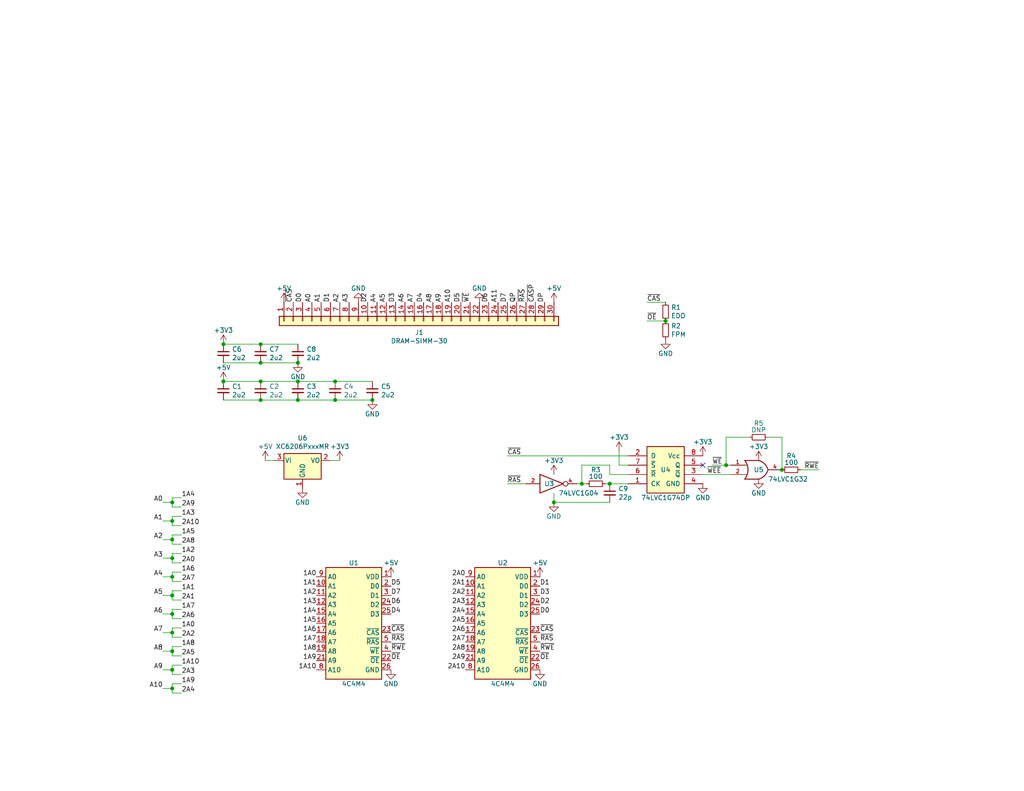
<source format=kicad_sch>
(kicad_sch (version 20230121) (generator eeschema)
  (paper "USLetter")
  (title_block (title "GW4194A") (date "2023-01-20") (rev "1.1") (company "Garrett's Workshop"))
  (lib_symbols
    (symbol "74xGxx:74AHCT1G04" (pin_names (offset 1.016))
      (property "Reference" "U" (at -2.54 3.81 0))
      (property "Value" "74AHCT1G04" (at 0 -3.81 0))
      (symbol "74AHCT1G04_0_1"
        (polyline (pts (xy -3.81 2.54) (xy -3.81 -2.54) (xy 2.54 0) (xy -3.81 2.54)) (stroke (width 0.254)))
      )
      (symbol "74AHCT1G04_1_1"
        (pin input line (at -7.62 0 0) (length 3.81) (name "~") (number "2"))
        (pin power_in line (at 0 -2.54 270) (length 0) hide (name "GND") (number "3"))
        (pin output inverted (at 6.35 0 180) (length 3.81) (name "~") (number "4"))
        (pin power_in line (at 0 2.54 90) (length 0) hide (name "VCC") (number "5"))
      )
    )
    (symbol "74xGxx:74AHCT1G32" (pin_names (offset 1.016))
      (property "Reference" "U" (at -2.54 3.81 0))
      (property "Value" "74AHCT1G32" (at 0 -3.81 0))
      (symbol "74AHCT1G32_0_1"
        (arc (start -3.81 -2.54) (mid -2.919 0) (end -3.81 2.54) (stroke (width 0.254)))
        (arc (start 0 -2.54) (mid 1.5993 -1.6027) (end 2.54 0) (stroke (width 0.254)))
        (polyline (pts (xy -3.81 -1.27) (xy -3.175 -1.27)))
        (polyline (pts (xy -3.81 1.27) (xy -3.175 1.27)))
        (polyline (pts (xy 0 -2.54) (xy -3.81 -2.54)) (stroke (width 0.254)) (fill (type background)))
        (polyline (pts (xy 0 2.54) (xy -3.81 2.54)) (stroke (width 0.254)) (fill (type background)))
        (arc (start 2.54 0) (mid 1.6119 1.6152) (end 0 2.54) (stroke (width 0.254)))
      )
      (symbol "74AHCT1G32_1_1"
        (pin input line (at -7.62 1.27 0) (length 3.81) (name "~") (number "1"))
        (pin input line (at -7.62 -1.27 0) (length 3.81) (name "~") (number "2"))
        (pin power_in line (at 0 -2.54 270) (length 0) hide (name "GND") (number "3"))
        (pin output line (at 6.35 0 180) (length 3.81) (name "~") (number "4"))
        (pin power_in line (at 0 2.54 90) (length 0) hide (name "VCC") (number "5"))
      )
    )
    (symbol "Connector_Generic:Conn_01x30" (pin_names (offset 1.016) hide)
      (property "Reference" "J" (at 0 38.1 0))
      (property "Value" "Conn_01x30" (at 0 -40.64 0))
      (symbol "Conn_01x30_1_1"
        (rectangle (start -1.27 -37.973) (end 0 -38.227) (stroke (width 0.1524)))
        (rectangle (start -1.27 -35.433) (end 0 -35.687) (stroke (width 0.1524)))
        (rectangle (start -1.27 -32.893) (end 0 -33.147) (stroke (width 0.1524)))
        (rectangle (start -1.27 -30.353) (end 0 -30.607) (stroke (width 0.1524)))
        (rectangle (start -1.27 -27.813) (end 0 -28.067) (stroke (width 0.1524)))
        (rectangle (start -1.27 -25.273) (end 0 -25.527) (stroke (width 0.1524)))
        (rectangle (start -1.27 -22.733) (end 0 -22.987) (stroke (width 0.1524)))
        (rectangle (start -1.27 -20.193) (end 0 -20.447) (stroke (width 0.1524)))
        (rectangle (start -1.27 -17.653) (end 0 -17.907) (stroke (width 0.1524)))
        (rectangle (start -1.27 -15.113) (end 0 -15.367) (stroke (width 0.1524)))
        (rectangle (start -1.27 -12.573) (end 0 -12.827) (stroke (width 0.1524)))
        (rectangle (start -1.27 -10.033) (end 0 -10.287) (stroke (width 0.1524)))
        (rectangle (start -1.27 -7.493) (end 0 -7.747) (stroke (width 0.1524)))
        (rectangle (start -1.27 -4.953) (end 0 -5.207) (stroke (width 0.1524)))
        (rectangle (start -1.27 -2.413) (end 0 -2.667) (stroke (width 0.1524)))
        (rectangle (start -1.27 0.127) (end 0 -0.127) (stroke (width 0.1524)))
        (rectangle (start -1.27 2.667) (end 0 2.413) (stroke (width 0.1524)))
        (rectangle (start -1.27 5.207) (end 0 4.953) (stroke (width 0.1524)))
        (rectangle (start -1.27 7.747) (end 0 7.493) (stroke (width 0.1524)))
        (rectangle (start -1.27 10.287) (end 0 10.033) (stroke (width 0.1524)))
        (rectangle (start -1.27 12.827) (end 0 12.573) (stroke (width 0.1524)))
        (rectangle (start -1.27 15.367) (end 0 15.113) (stroke (width 0.1524)))
        (rectangle (start -1.27 17.907) (end 0 17.653) (stroke (width 0.1524)))
        (rectangle (start -1.27 20.447) (end 0 20.193) (stroke (width 0.1524)))
        (rectangle (start -1.27 22.987) (end 0 22.733) (stroke (width 0.1524)))
        (rectangle (start -1.27 25.527) (end 0 25.273) (stroke (width 0.1524)))
        (rectangle (start -1.27 28.067) (end 0 27.813) (stroke (width 0.1524)))
        (rectangle (start -1.27 30.607) (end 0 30.353) (stroke (width 0.1524)))
        (rectangle (start -1.27 33.147) (end 0 32.893) (stroke (width 0.1524)))
        (rectangle (start -1.27 35.687) (end 0 35.433) (stroke (width 0.1524)))
        (rectangle (start -1.27 36.83) (end 1.27 -39.37) (stroke (width 0.254)) (fill (type background)))
        (pin passive line (at -5.08 35.56 0) (length 3.81) (name "Pin_1") (number "1"))
        (pin passive line (at -5.08 12.7 0) (length 3.81) (name "Pin_10") (number "10"))
        (pin passive line (at -5.08 10.16 0) (length 3.81) (name "Pin_11") (number "11"))
        (pin passive line (at -5.08 7.62 0) (length 3.81) (name "Pin_12") (number "12"))
        (pin passive line (at -5.08 5.08 0) (length 3.81) (name "Pin_13") (number "13"))
        (pin passive line (at -5.08 2.54 0) (length 3.81) (name "Pin_14") (number "14"))
        (pin passive line (at -5.08 0 0) (length 3.81) (name "Pin_15") (number "15"))
        (pin passive line (at -5.08 -2.54 0) (length 3.81) (name "Pin_16") (number "16"))
        (pin passive line (at -5.08 -5.08 0) (length 3.81) (name "Pin_17") (number "17"))
        (pin passive line (at -5.08 -7.62 0) (length 3.81) (name "Pin_18") (number "18"))
        (pin passive line (at -5.08 -10.16 0) (length 3.81) (name "Pin_19") (number "19"))
        (pin passive line (at -5.08 33.02 0) (length 3.81) (name "Pin_2") (number "2"))
        (pin passive line (at -5.08 -12.7 0) (length 3.81) (name "Pin_20") (number "20"))
        (pin passive line (at -5.08 -15.24 0) (length 3.81) (name "Pin_21") (number "21"))
        (pin passive line (at -5.08 -17.78 0) (length 3.81) (name "Pin_22") (number "22"))
        (pin passive line (at -5.08 -20.32 0) (length 3.81) (name "Pin_23") (number "23"))
        (pin passive line (at -5.08 -22.86 0) (length 3.81) (name "Pin_24") (number "24"))
        (pin passive line (at -5.08 -25.4 0) (length 3.81) (name "Pin_25") (number "25"))
        (pin passive line (at -5.08 -27.94 0) (length 3.81) (name "Pin_26") (number "26"))
        (pin passive line (at -5.08 -30.48 0) (length 3.81) (name "Pin_27") (number "27"))
        (pin passive line (at -5.08 -33.02 0) (length 3.81) (name "Pin_28") (number "28"))
        (pin passive line (at -5.08 -35.56 0) (length 3.81) (name "Pin_29") (number "29"))
        (pin passive line (at -5.08 30.48 0) (length 3.81) (name "Pin_3") (number "3"))
        (pin passive line (at -5.08 -38.1 0) (length 3.81) (name "Pin_30") (number "30"))
        (pin passive line (at -5.08 27.94 0) (length 3.81) (name "Pin_4") (number "4"))
        (pin passive line (at -5.08 25.4 0) (length 3.81) (name "Pin_5") (number "5"))
        (pin passive line (at -5.08 22.86 0) (length 3.81) (name "Pin_6") (number "6"))
        (pin passive line (at -5.08 20.32 0) (length 3.81) (name "Pin_7") (number "7"))
        (pin passive line (at -5.08 17.78 0) (length 3.81) (name "Pin_8") (number "8"))
        (pin passive line (at -5.08 15.24 0) (length 3.81) (name "Pin_9") (number "9"))
      )
    )
    (symbol "Device:C_Small" (pin_numbers hide) (pin_names (offset 0.254) hide)
      (property "Reference" "C" (at 0.254 1.778 0))
      (property "Value" "C_Small" (at 0.254 -2.032 0))
      (symbol "C_Small_0_1"
        (polyline (pts (xy -1.524 -0.508) (xy 1.524 -0.508)) (stroke (width 0.3302)))
        (polyline (pts (xy -1.524 0.508) (xy 1.524 0.508)) (stroke (width 0.3048)))
      )
      (symbol "C_Small_1_1"
        (pin passive line (at 0 2.54 270) (length 2.032) (name "~") (number "1"))
        (pin passive line (at 0 -2.54 90) (length 2.032) (name "~") (number "2"))
      )
    )
    (symbol "Device:R_Small" (pin_numbers hide) (pin_names (offset 0.254) hide)
      (property "Reference" "R" (at 0.762 0.508 0))
      (property "Value" "R_Small" (at 0.762 -1.016 0))
      (symbol "R_Small_0_1"
        (rectangle (start -0.762 1.778) (end 0.762 -1.778) (stroke (width 0.2032)))
      )
      (symbol "R_Small_1_1"
        (pin passive line (at 0 2.54 270) (length 0.762) (name "~") (number "1"))
        (pin passive line (at 0 -2.54 90) (length 0.762) (name "~") (number "2"))
      )
    )
    (symbol "GW_Logic:741G74DC" (pin_names (offset 1.016))
      (property "Reference" "U" (at 0 7.62 0))
      (property "Value" "GW_Logic_741G74DC" (at 0 -7.62 0))
      (symbol "741G74DC_0_1"
        (rectangle (start 5.08 -6.35) (end -5.08 6.35) (stroke (width 0.254)) (fill (type background)))
      )
      (symbol "741G74DC_1_1"
        (pin input line (at -10.16 -3.81 0) (length 5.08) (name "CK") (number "1"))
        (pin input line (at -10.16 3.81 0) (length 5.08) (name "D") (number "2"))
        (pin output line (at 10.16 -1.27 180) (length 5.08) (name "~{Q}") (number "3"))
        (pin power_in line (at 10.16 -3.81 180) (length 5.08) (name "GND") (number "4"))
        (pin output line (at 10.16 1.27 180) (length 5.08) (name "Q") (number "5"))
        (pin input line (at -10.16 -1.27 0) (length 5.08) (name "~{R}") (number "6"))
        (pin input line (at -10.16 1.27 0) (length 5.08) (name "~{S}") (number "7"))
        (pin power_in line (at 10.16 3.81 180) (length 5.08) (name "Vcc") (number "8"))
      )
    )
    (symbol "GW_RAM:DRAM-4Mx4-SOP-24"
      (property "Reference" "U" (at 0 16.51 0))
      (property "Value" "GW_RAM_DRAM-4Mx4-SOP-24" (at 0 0 90))
      (symbol "DRAM-4Mx4-SOP-24_0_1"
        (rectangle (start -7.62 15.24) (end 7.62 -15.24) (stroke (width 0.254)) (fill (type background)))
      )
      (symbol "DRAM-4Mx4-SOP-24_1_1"
        (pin power_in line (at 10.16 12.7 180) (length 2.54) (name "VDD") (number "1"))
        (pin input line (at -10.16 10.16 0) (length 2.54) (name "A1") (number "10"))
        (pin input line (at -10.16 7.62 0) (length 2.54) (name "A2") (number "11"))
        (pin input line (at -10.16 5.08 0) (length 2.54) (name "A3") (number "12"))
        (pin power_in line (at 10.16 12.7 180) (length 2.54) hide (name "VDD") (number "13"))
        (pin power_in line (at 10.16 -12.7 180) (length 2.54) hide (name "GND") (number "14"))
        (pin input line (at -10.16 2.54 0) (length 2.54) (name "A4") (number "15"))
        (pin input line (at -10.16 0 0) (length 2.54) (name "A5") (number "16"))
        (pin input line (at -10.16 -2.54 0) (length 2.54) (name "A6") (number "17"))
        (pin input line (at -10.16 -5.08 0) (length 2.54) (name "A7") (number "18"))
        (pin input line (at -10.16 -7.62 0) (length 2.54) (name "A8") (number "19"))
        (pin bidirectional line (at 10.16 10.16 180) (length 2.54) (name "D0") (number "2"))
        (pin no_connect line (at 10.16 0 180) (length 2.54) hide (name "NC") (number "20"))
        (pin input line (at -10.16 -10.16 0) (length 2.54) (name "A9") (number "21"))
        (pin input line (at 10.16 -10.16 180) (length 2.54) (name "~{OE}") (number "22"))
        (pin input line (at 10.16 -2.54 180) (length 2.54) (name "~{CAS}") (number "23"))
        (pin bidirectional line (at 10.16 5.08 180) (length 2.54) (name "D2") (number "24"))
        (pin bidirectional line (at 10.16 2.54 180) (length 2.54) (name "D3") (number "25"))
        (pin power_in line (at 10.16 -12.7 180) (length 2.54) (name "GND") (number "26"))
        (pin bidirectional line (at 10.16 7.62 180) (length 2.54) (name "D1") (number "3"))
        (pin input line (at 10.16 -7.62 180) (length 2.54) (name "~{WE}") (number "4"))
        (pin input line (at 10.16 -5.08 180) (length 2.54) (name "~{RAS}") (number "5"))
        (pin no_connect line (at 10.16 0 180) (length 2.54) hide (name "NC") (number "7"))
        (pin input line (at -10.16 -12.7 0) (length 2.54) (name "A10") (number "8"))
        (pin input line (at -10.16 12.7 0) (length 2.54) (name "A0") (number "9"))
      )
    )
    (symbol "Regulator_Linear:XC6206PxxxMR" (pin_names (offset 0.254))
      (property "Reference" "U" (at -3.81 3.175 0))
      (property "Value" "XC6206PxxxMR" (at 0 3.175 0))
      (symbol "XC6206PxxxMR_0_1"
        (rectangle (start -5.08 1.905) (end 5.08 -5.08) (stroke (width 0.254)) (fill (type background)))
      )
      (symbol "XC6206PxxxMR_1_1"
        (pin power_in line (at 0 -7.62 90) (length 2.54) (name "GND") (number "1"))
        (pin power_out line (at 7.62 0 180) (length 2.54) (name "VO") (number "2"))
        (pin power_in line (at -7.62 0 0) (length 2.54) (name "VI") (number "3"))
      )
    )
    (symbol "power:+3V3" (power) (pin_names (offset 0))
      (property "Value" "+3V3" (at 0 3.556 0))
      (symbol "+3V3_0_1"
        (polyline (pts (xy -0.762 1.27) (xy 0 2.54)))
        (polyline (pts (xy 0 0) (xy 0 2.54)))
        (polyline (pts (xy 0 2.54) (xy 0.762 1.27)))
      )
      (symbol "+3V3_1_1"
        (pin power_in line (at 0 0 90) (length 0) hide (name "+3V3") (number "1"))
      )
    )
    (symbol "power:+5V" (power) (pin_names (offset 0))
      (property "Value" "+5V" (at 0 3.556 0))
      (symbol "+5V_0_1"
        (polyline (pts (xy -0.762 1.27) (xy 0 2.54)))
        (polyline (pts (xy 0 0) (xy 0 2.54)))
        (polyline (pts (xy 0 2.54) (xy 0.762 1.27)))
      )
      (symbol "+5V_1_1"
        (pin power_in line (at 0 0 90) (length 0) hide (name "+5V") (number "1"))
      )
    )
    (symbol "power:GND" (power) (pin_names (offset 0))
      (property "Value" "GND" (at 0 -3.81 0))
      (symbol "GND_0_1"
        (polyline (pts (xy 0 0) (xy 0 -1.27) (xy 1.27 -1.27) (xy 0 -2.54) (xy -1.27 -1.27) (xy 0 -1.27)))
      )
      (symbol "GND_1_1"
        (pin power_in line (at 0 0 270) (length 0) hide (name "GND") (number "1"))
      )
    )
  )
  (junction (at 46.99 162.56))
  (junction (at 81.28 109.22))
  (junction (at 46.99 142.24))
  (junction (at 60.96 104.14))
  (junction (at 91.44 109.22))
  (junction (at 151.13 137.16))
  (junction (at 158.75 132.08))
  (junction (at 71.12 104.14))
  (junction (at 71.12 93.98))
  (junction (at 46.99 157.48))
  (junction (at 46.99 182.88))
  (junction (at 71.12 109.22))
  (junction (at 166.37 132.08))
  (junction (at 71.12 99.06))
  (junction (at 198.12 127))
  (junction (at 81.28 99.06))
  (junction (at 46.99 152.4))
  (junction (at 101.6 109.22))
  (junction (at 46.99 167.64))
  (junction (at 60.96 93.98))
  (junction (at 46.99 177.8))
  (junction (at 46.99 147.32))
  (junction (at 91.44 104.14))
  (junction (at 46.99 187.96))
  (junction (at 81.28 104.14))
  (junction (at 46.99 172.72))
  (junction (at 213.36 128.27))
  (junction (at 181.61 87.63))
  (junction (at 46.99 137.16))
  (no_connect (at 191.77 127))
  (wire (pts (xy 194.31 127) (xy 198.12 127)))
  (wire (pts (xy 81.28 99.06) (xy 71.12 99.06)))
  (wire (pts (xy 46.99 172.72) (xy 46.99 173.99)))
  (wire (pts (xy 223.52 128.27) (xy 218.44 128.27)))
  (wire (pts (xy 44.45 177.8) (xy 46.99 177.8)))
  (wire (pts (xy 46.99 156.21) (xy 49.53 156.21)))
  (wire (pts (xy 91.44 104.14) (xy 81.28 104.14)))
  (wire (pts (xy 44.45 137.16) (xy 46.99 137.16)))
  (wire (pts (xy 46.99 181.61) (xy 49.53 181.61)))
  (wire (pts (xy 46.99 135.89) (xy 49.53 135.89)))
  (wire (pts (xy 168.91 127) (xy 171.45 127)))
  (wire (pts (xy 46.99 186.69) (xy 49.53 186.69)))
  (wire (pts (xy 46.99 157.48) (xy 46.99 158.75)))
  (wire (pts (xy 46.99 146.05) (xy 49.53 146.05)))
  (wire (pts (xy 90.17 125.73) (xy 92.71 125.73)))
  (wire (pts (xy 46.99 140.97) (xy 49.53 140.97)))
  (wire (pts (xy 101.6 104.14) (xy 91.44 104.14)))
  (wire (pts (xy 46.99 177.8) (xy 46.99 176.53)))
  (wire (pts (xy 46.99 138.43) (xy 49.53 138.43)))
  (wire (pts (xy 46.99 172.72) (xy 46.99 171.45)))
  (wire (pts (xy 46.99 157.48) (xy 46.99 156.21)))
  (wire (pts (xy 44.45 162.56) (xy 46.99 162.56)))
  (wire (pts (xy 46.99 173.99) (xy 49.53 173.99)))
  (wire (pts (xy 158.75 132.08) (xy 158.75 127)))
  (wire (pts (xy 46.99 163.83) (xy 49.53 163.83)))
  (wire (pts (xy 46.99 147.32) (xy 46.99 146.05)))
  (wire (pts (xy 166.37 132.08) (xy 171.45 132.08)))
  (wire (pts (xy 71.12 93.98) (xy 81.28 93.98)))
  (wire (pts (xy 71.12 99.06) (xy 60.96 99.06)))
  (wire (pts (xy 44.45 152.4) (xy 46.99 152.4)))
  (wire (pts (xy 46.99 151.13) (xy 49.53 151.13)))
  (wire (pts (xy 181.61 87.63) (xy 176.53 87.63)))
  (wire (pts (xy 46.99 177.8) (xy 46.99 179.07)))
  (wire (pts (xy 46.99 142.24) (xy 46.99 140.97)))
  (wire (pts (xy 138.43 124.46) (xy 171.45 124.46)))
  (wire (pts (xy 46.99 142.24) (xy 46.99 143.51)))
  (wire (pts (xy 46.99 168.91) (xy 49.53 168.91)))
  (wire (pts (xy 198.12 127) (xy 198.12 119.38)))
  (wire (pts (xy 46.99 171.45) (xy 49.53 171.45)))
  (wire (pts (xy 46.99 161.29) (xy 49.53 161.29)))
  (wire (pts (xy 44.45 187.96) (xy 46.99 187.96)))
  (wire (pts (xy 44.45 147.32) (xy 46.99 147.32)))
  (wire (pts (xy 151.13 134.62) (xy 151.13 137.16)))
  (wire (pts (xy 158.75 127) (xy 166.37 127)))
  (wire (pts (xy 46.99 162.56) (xy 46.99 161.29)))
  (wire (pts (xy 46.99 182.88) (xy 46.99 184.15)))
  (wire (pts (xy 46.99 167.64) (xy 46.99 166.37)))
  (wire (pts (xy 71.12 109.22) (xy 81.28 109.22)))
  (wire (pts (xy 60.96 93.98) (xy 71.12 93.98)))
  (wire (pts (xy 176.53 82.55) (xy 181.61 82.55)))
  (wire (pts (xy 198.12 127) (xy 199.39 127)))
  (wire (pts (xy 191.77 129.54) (xy 199.39 129.54)))
  (wire (pts (xy 44.45 157.48) (xy 46.99 157.48)))
  (wire (pts (xy 166.37 129.54) (xy 166.37 127)))
  (wire (pts (xy 157.48 132.08) (xy 158.75 132.08)))
  (wire (pts (xy 213.36 119.38) (xy 209.55 119.38)))
  (wire (pts (xy 46.99 147.32) (xy 46.99 148.59)))
  (wire (pts (xy 81.28 109.22) (xy 91.44 109.22)))
  (wire (pts (xy 46.99 152.4) (xy 46.99 153.67)))
  (wire (pts (xy 213.36 128.27) (xy 213.36 119.38)))
  (wire (pts (xy 46.99 158.75) (xy 49.53 158.75)))
  (wire (pts (xy 91.44 109.22) (xy 101.6 109.22)))
  (wire (pts (xy 46.99 166.37) (xy 49.53 166.37)))
  (wire (pts (xy 46.99 179.07) (xy 49.53 179.07)))
  (wire (pts (xy 46.99 143.51) (xy 49.53 143.51)))
  (wire (pts (xy 46.99 184.15) (xy 49.53 184.15)))
  (wire (pts (xy 165.1 132.08) (xy 166.37 132.08)))
  (wire (pts (xy 46.99 153.67) (xy 49.53 153.67)))
  (wire (pts (xy 44.45 172.72) (xy 46.99 172.72)))
  (wire (pts (xy 60.96 104.14) (xy 71.12 104.14)))
  (wire (pts (xy 71.12 109.22) (xy 60.96 109.22)))
  (wire (pts (xy 168.91 123.19) (xy 168.91 127)))
  (wire (pts (xy 46.99 182.88) (xy 46.99 181.61)))
  (wire (pts (xy 46.99 152.4) (xy 46.99 151.13)))
  (wire (pts (xy 44.45 167.64) (xy 46.99 167.64)))
  (wire (pts (xy 44.45 142.24) (xy 46.99 142.24)))
  (wire (pts (xy 151.13 137.16) (xy 166.37 137.16)))
  (wire (pts (xy 46.99 137.16) (xy 46.99 135.89)))
  (wire (pts (xy 46.99 162.56) (xy 46.99 163.83)))
  (wire (pts (xy 46.99 176.53) (xy 49.53 176.53)))
  (wire (pts (xy 198.12 119.38) (xy 204.47 119.38)))
  (wire (pts (xy 46.99 189.23) (xy 49.53 189.23)))
  (wire (pts (xy 46.99 137.16) (xy 46.99 138.43)))
  (wire (pts (xy 46.99 148.59) (xy 49.53 148.59)))
  (wire (pts (xy 44.45 182.88) (xy 46.99 182.88)))
  (wire (pts (xy 138.43 132.08) (xy 143.51 132.08)))
  (wire (pts (xy 74.93 125.73) (xy 72.39 125.73)))
  (wire (pts (xy 81.28 104.14) (xy 71.12 104.14)))
  (wire (pts (xy 160.02 132.08) (xy 158.75 132.08)))
  (wire (pts (xy 46.99 187.96) (xy 46.99 186.69)))
  (wire (pts (xy 171.45 129.54) (xy 166.37 129.54)))
  (wire (pts (xy 46.99 187.96) (xy 46.99 189.23)))
  (wire (pts (xy 46.99 167.64) (xy 46.99 168.91)))
  (label "D0" (at 82.55 82.55 90))
  (label "1A2" (at 86.36 162.56 180))
  (label "A10" (at 44.45 187.96 180))
  (label "A6" (at 110.49 82.55 90))
  (label "A5" (at 105.41 82.55 90))
  (label "2A3" (at 49.53 184.15 0))
  (label "1A0" (at 49.53 171.45 0))
  (label "~{OE}" (at 176.53 87.63 0))
  (label "1A3" (at 49.53 140.97 0))
  (label "2A4" (at 127 167.64 180))
  (label "~{RAS}" (at 106.68 175.26 0))
  (label "D2" (at 100.33 82.55 90))
  (label "~{CASP}" (at 146.05 82.55 90))
  (label "A8" (at 118.11 82.55 90))
  (label "2A10" (at 49.53 143.51 0))
  (label "~{RWE}" (at 106.68 177.8 0))
  (label "A7" (at 113.03 82.55 90))
  (label "D3" (at 107.95 82.55 90))
  (label "D5" (at 125.73 82.55 90))
  (label "~{OE}" (at 106.68 180.34 0))
  (label "D6" (at 106.68 165.1 0))
  (label "D7" (at 138.43 82.55 90))
  (label "A4" (at 102.87 82.55 90))
  (label "1A6" (at 86.36 172.72 180))
  (label "D1" (at 147.32 160.02 0))
  (label "1A0" (at 86.36 157.48 180))
  (label "A6" (at 44.45 167.64 180))
  (label "~{WE}" (at 128.27 82.55 90))
  (label "A5" (at 44.45 162.56 180))
  (label "A3" (at 95.25 82.55 90))
  (label "2A7" (at 127 175.26 180))
  (label "~{WE}" (at 194.31 127 0))
  (label "A3" (at 44.45 152.4 180))
  (label "1A9" (at 86.36 180.34 180))
  (label "2A4" (at 49.53 189.23 0))
  (label "2A5" (at 49.53 179.07 0))
  (label "D6" (at 133.35 82.55 90))
  (label "~{RAS}" (at 143.51 82.55 90))
  (label "2A2" (at 49.53 173.99 0))
  (label "A2" (at 92.71 82.55 90))
  (label "A8" (at 44.45 177.8 180))
  (label "A0" (at 44.45 137.16 180))
  (label "2A0" (at 49.53 153.67 0))
  (label "D2" (at 147.32 165.1 0))
  (label "2A7" (at 49.53 158.75 0))
  (label "~{RAS}" (at 138.43 132.08 0))
  (label "1A6" (at 49.53 156.21 0))
  (label "A7" (at 44.45 172.72 180))
  (label "1A5" (at 86.36 170.18 180))
  (label "2A9" (at 127 180.34 180))
  (label "1A3" (at 86.36 165.1 180))
  (label "~{OE}" (at 147.32 180.34 0))
  (label "~{RWE}" (at 223.52 128.27 180))
  (label "A10" (at 123.19 82.55 90))
  (label "D5" (at 106.68 160.02 0))
  (label "~{RWE}" (at 147.32 177.8 0))
  (label "2A6" (at 49.53 168.91 0))
  (label "1A9" (at 49.53 186.69 0))
  (label "A9" (at 44.45 182.88 180))
  (label "1A8" (at 86.36 177.8 180))
  (label "2A9" (at 49.53 138.43 0))
  (label "A4" (at 44.45 157.48 180))
  (label "~{WEE}" (at 196.85 129.54 180))
  (label "~{RAS}" (at 147.32 175.26 0))
  (label "2A1" (at 49.53 163.83 0))
  (label "1A7" (at 86.36 175.26 180))
  (label "A9" (at 120.65 82.55 90))
  (label "1A1" (at 86.36 160.02 180))
  (label "~{CAS}" (at 80.01 82.55 90))
  (label "2A8" (at 127 177.8 180))
  (label "A1" (at 44.45 142.24 180))
  (label "~{CAS}" (at 106.68 172.72 0))
  (label "2A0" (at 127 157.48 180))
  (label "D3" (at 147.32 162.56 0))
  (label "1A1" (at 49.53 161.29 0))
  (label "2A10" (at 127 182.88 180))
  (label "2A6" (at 127 172.72 180))
  (label "~{CAS}" (at 176.53 82.55 0))
  (label "A1" (at 87.63 82.55 90))
  (label "QP" (at 140.97 82.55 90))
  (label "DP" (at 148.59 82.55 90))
  (label "1A4" (at 86.36 167.64 180))
  (label "2A5" (at 127 170.18 180))
  (label "2A8" (at 49.53 148.59 0))
  (label "1A8" (at 49.53 176.53 0))
  (label "A0" (at 85.09 82.55 90))
  (label "D0" (at 147.32 167.64 0))
  (label "2A2" (at 127 162.56 180))
  (label "2A3" (at 127 165.1 180))
  (label "D7" (at 106.68 162.56 0))
  (label "2A1" (at 127 160.02 180))
  (label "A2" (at 44.45 147.32 180))
  (label "~{CAS}" (at 147.32 172.72 0))
  (label "1A4" (at 49.53 135.89 0))
  (label "D4" (at 106.68 167.64 0))
  (label "~{CAS}" (at 138.43 124.46 0))
  (label "1A5" (at 49.53 146.05 0))
  (label "1A2" (at 49.53 151.13 0))
  (label "1A10" (at 86.36 182.88 180))
  (label "D1" (at 90.17 82.55 90))
  (label "A11" (at 135.89 82.55 90))
  (label "D4" (at 115.57 82.55 90))
  (label "1A10" (at 49.53 181.61 0))
  (label "1A7" (at 49.53 166.37 0))
  (symbol (lib_id "Connector_Generic:Conn_01x30") (at 113.03 87.63 90) (mirror x) (unit 1)
    (property "Reference" "J1" (at 114.4016 90.7796 90))
    (property "Value" "DRAM-SIMM-30" (at 114.4016 93.091 90))
    (property "Footprint" "stdpads:SIMM-30_Edge" (effects hide))
  )
  (symbol (lib_id "power:+5V") (at 151.13 82.55 0) (unit 1)
    (property "Reference" "#PWR0101" (effects hide))
    (property "Value" "+5V" (at 151.13 78.74 0))
  )
  (symbol (lib_id "power:+5V") (at 77.47 82.55 0) (unit 1)
    (property "Reference" "#PWR0102" (effects hide))
    (property "Value" "+5V" (at 77.47 78.74 0))
  )
  (symbol (lib_id "power:GND") (at 130.81 82.55 180) (unit 1)
    (property "Reference" "#PWR0103" (effects hide))
    (property "Value" "GND" (at 130.81 78.74 0))
  )
  (symbol (lib_id "power:GND") (at 97.79 82.55 180) (unit 1)
    (property "Reference" "#PWR0104" (effects hide))
    (property "Value" "GND" (at 97.79 78.74 0))
  )
  (symbol (lib_id "Device:C_Small") (at 60.96 106.68 0) (unit 1)
    (property "Reference" "C1" (at 63.2968 105.5116 0) (effects (justify left)))
    (property "Value" "2u2" (at 63.2968 107.823 0) (effects (justify left)))
    (property "Footprint" "stdpads:C_0805" (effects hide))
  )
  (symbol (lib_id "Device:C_Small") (at 71.12 106.68 0) (unit 1)
    (property "Reference" "C2" (at 73.4568 105.5116 0) (effects (justify left)))
    (property "Value" "2u2" (at 73.4568 107.823 0) (effects (justify left)))
    (property "Footprint" "stdpads:C_0805" (effects hide))
  )
  (symbol (lib_id "power:+5V") (at 60.96 104.14 0) (unit 1)
    (property "Reference" "#PWR0113" (effects hide))
    (property "Value" "+5V" (at 60.96 100.33 0))
  )
  (symbol (lib_id "Device:C_Small") (at 81.28 106.68 0) (unit 1)
    (property "Reference" "C3" (at 83.6168 105.5116 0) (effects (justify left)))
    (property "Value" "2u2" (at 83.6168 107.823 0) (effects (justify left)))
    (property "Footprint" "stdpads:C_0805" (effects hide))
  )
  (symbol (lib_id "Device:C_Small") (at 91.44 106.68 0) (unit 1)
    (property "Reference" "C4" (at 93.7768 105.5116 0) (effects (justify left)))
    (property "Value" "2u2" (at 93.7768 107.823 0) (effects (justify left)))
    (property "Footprint" "stdpads:C_0805" (effects hide))
  )
  (symbol (lib_id "GW_RAM:DRAM-4Mx4-SOP-24") (at 96.52 170.18 0) (unit 1)
    (property "Reference" "U1" (at 96.52 153.67 0))
    (property "Value" "4C4M4" (at 96.52 186.69 0))
    (property "Footprint" "stdpads:SOJ-24-26_300mil" (effects hide))
    (property "Datasheet" "https://www.alliancememory.com/wp-content/uploads/pdf/AS6C8008.pdf" (effects hide))
  )
  (symbol (lib_id "power:GND") (at 106.68 182.88 0) (unit 1)
    (property "Reference" "#PWR0105" (effects hide))
    (property "Value" "GND" (at 106.68 186.69 0))
  )
  (symbol (lib_id "power:+5V") (at 106.68 157.48 0) (unit 1)
    (property "Reference" "#PWR0106" (effects hide))
    (property "Value" "+5V" (at 106.68 153.67 0))
  )
  (symbol (lib_id "GW_RAM:DRAM-4Mx4-SOP-24") (at 137.16 170.18 0) (unit 1)
    (property "Reference" "U2" (at 137.16 153.67 0))
    (property "Value" "4C4M4" (at 137.16 186.69 0))
    (property "Footprint" "stdpads:SOJ-24-26_300mil" (effects hide))
    (property "Datasheet" "https://www.alliancememory.com/wp-content/uploads/pdf/AS6C8008.pdf" (effects hide))
  )
  (symbol (lib_id "power:GND") (at 147.32 182.88 0) (unit 1)
    (property "Reference" "#PWR0108" (effects hide))
    (property "Value" "GND" (at 147.32 186.69 0))
  )
  (symbol (lib_id "power:+5V") (at 147.32 157.48 0) (unit 1)
    (property "Reference" "#PWR0109" (effects hide))
    (property "Value" "+5V" (at 147.32 153.67 0))
  )
  (symbol (lib_id "power:GND") (at 101.6 109.22 0) (unit 1)
    (property "Reference" "#PWR0110" (effects hide))
    (property "Value" "GND" (at 101.6 113.03 0))
  )
  (symbol (lib_id "Device:C_Small") (at 101.6 106.68 0) (unit 1)
    (property "Reference" "C5" (at 103.9368 105.5116 0) (effects (justify left)))
    (property "Value" "2u2" (at 103.9368 107.823 0) (effects (justify left)))
    (property "Footprint" "stdpads:C_0805" (effects hide))
  )
  (symbol (lib_id "GW_Logic:741G74DC") (at 181.61 128.27 0) (unit 1)
    (property "Reference" "U4" (at 181.61 128.27 0))
    (property "Value" "74LVC1G74DP" (at 181.61 135.89 0))
    (property "Footprint" "stdpads:NXP_TSSOP-8_3x3mm_P0.65mm" (effects hide))
  )
  (symbol (lib_id "power:GND") (at 191.77 132.08 0) (unit 1)
    (property "Reference" "#PWR0107" (effects hide))
    (property "Value" "GND" (at 191.77 135.89 0))
  )
  (symbol (lib_id "Device:R_Small") (at 181.61 90.17 0) (unit 1)
    (property "Reference" "R2" (at 183.1086 89.0016 0) (effects (justify left)))
    (property "Value" "FPM" (at 183.1086 91.313 0) (effects (justify left)))
    (property "Footprint" "stdpads:R_0805" (effects hide))
  )
  (symbol (lib_id "Device:R_Small") (at 181.61 85.09 0) (unit 1)
    (property "Reference" "R1" (at 183.1086 83.9216 0) (effects (justify left)))
    (property "Value" "EDO" (at 183.1086 86.233 0) (effects (justify left)))
    (property "Footprint" "stdpads:R_0805" (effects hide))
  )
  (symbol (lib_id "power:GND") (at 181.61 92.71 0) (unit 1)
    (property "Reference" "#PWR0115" (effects hide))
    (property "Value" "GND" (at 181.61 96.52 0))
  )
  (symbol (lib_id "74xGxx:74AHCT1G32") (at 207.01 128.27 0) (unit 1)
    (property "Reference" "U5" (at 207.01 128.27 0))
    (property "Value" "74LVC1G32" (at 209.55 130.81 0) (effects (justify left)))
    (property "Footprint" "stdpads:SOT-353" (effects hide))
    (property "Datasheet" "http://www.ti.com/lit/sg/scyt129e/scyt129e.pdf" (effects hide))
  )
  (symbol (lib_id "power:GND") (at 207.01 130.81 0) (unit 1)
    (property "Reference" "#PWR0118" (effects hide))
    (property "Value" "GND" (at 207.01 134.62 0))
  )
  (symbol (lib_id "Regulator_Linear:XC6206PxxxMR") (at 82.55 125.73 0) (unit 1)
    (property "Reference" "U6" (at 82.55 119.5832 0))
    (property "Value" "XC6206PxxxMR" (at 82.55 121.8946 0))
    (property "Footprint" "stdpads:SOT-23" (effects hide))
    (property "Datasheet" "https://www.torexsemi.com/file/xc6206/XC6206.pdf" (effects hide))
  )
  (symbol (lib_id "power:GND") (at 82.55 133.35 0) (unit 1)
    (property "Reference" "#PWR0119" (effects hide))
    (property "Value" "GND" (at 82.55 137.16 0))
  )
  (symbol (lib_id "Device:C_Small") (at 60.96 96.52 0) (unit 1)
    (property "Reference" "C6" (at 63.2968 95.3516 0) (effects (justify left)))
    (property "Value" "2u2" (at 63.2968 97.663 0) (effects (justify left)))
    (property "Footprint" "stdpads:C_0805" (effects hide))
  )
  (symbol (lib_id "Device:C_Small") (at 71.12 96.52 0) (unit 1)
    (property "Reference" "C7" (at 73.4568 95.3516 0) (effects (justify left)))
    (property "Value" "2u2" (at 73.4568 97.663 0) (effects (justify left)))
    (property "Footprint" "stdpads:C_0805" (effects hide))
  )
  (symbol (lib_id "power:+3V3") (at 60.96 93.98 0) (unit 1)
    (property "Reference" "#PWR0121" (effects hide))
    (property "Value" "+3V3" (at 60.96 90.17 0))
  )
  (symbol (lib_id "power:+5V") (at 72.39 125.73 0) (unit 1)
    (property "Reference" "#PWR0122" (effects hide))
    (property "Value" "+5V" (at 72.39 121.92 0))
  )
  (symbol (lib_id "power:+3V3") (at 92.71 125.73 0) (unit 1)
    (property "Reference" "#PWR0123" (effects hide))
    (property "Value" "+3V3" (at 92.71 121.92 0))
  )
  (symbol (lib_id "power:+3V3") (at 191.77 124.46 0) (unit 1)
    (property "Reference" "#PWR0114" (effects hide))
    (property "Value" "+3V3" (at 191.77 120.65 0))
  )
  (symbol (lib_id "power:+3V3") (at 207.01 125.73 0) (unit 1)
    (property "Reference" "#PWR0117" (effects hide))
    (property "Value" "+3V3" (at 207.01 121.92 0))
  )
  (symbol (lib_id "Device:C_Small") (at 81.28 96.52 0) (unit 1)
    (property "Reference" "C8" (at 83.6168 95.3516 0) (effects (justify left)))
    (property "Value" "2u2" (at 83.6168 97.663 0) (effects (justify left)))
    (property "Footprint" "stdpads:C_0805" (effects hide))
  )
  (symbol (lib_id "power:GND") (at 81.28 99.06 0) (unit 1)
    (property "Reference" "#PWR0120" (effects hide))
    (property "Value" "GND" (at 81.28 102.87 0))
  )
  (symbol (lib_id "power:+3V3") (at 168.91 123.19 0) (unit 1)
    (property "Reference" "#PWR0111" (effects hide))
    (property "Value" "+3V3" (at 168.91 119.38 0))
  )
  (symbol (lib_id "Device:C_Small") (at 166.37 134.62 0) (unit 1)
    (property "Reference" "C9" (at 168.7068 133.4516 0) (effects (justify left)))
    (property "Value" "22p" (at 168.7068 135.763 0) (effects (justify left)))
    (property "Footprint" "stdpads:C_0805" (effects hide))
  )
  (symbol (lib_id "Device:R_Small") (at 162.56 132.08 270) (unit 1)
    (property "Reference" "R3" (at 162.56 128.27 90))
    (property "Value" "100" (at 162.56 130.81 90) (effects (justify bottom)))
    (property "Footprint" "stdpads:R_0805" (effects hide))
  )
  (symbol (lib_id "74xGxx:74AHCT1G04") (at 151.13 132.08 0) (unit 1)
    (property "Reference" "U3" (at 149.86 132.08 0))
    (property "Value" "74LVC1G04" (at 152.4 134.62 0) (effects (justify left)))
    (property "Footprint" "stdpads:SOT-353" (effects hide))
    (property "Datasheet" "http://www.ti.com/lit/sg/scyt129e/scyt129e.pdf" (effects hide))
  )
  (symbol (lib_id "power:GND") (at 151.13 137.16 0) (unit 1)
    (property "Reference" "#PWR0112" (effects hide))
    (property "Value" "GND" (at 151.13 140.97 0))
  )
  (symbol (lib_id "power:+3V3") (at 151.13 129.54 0) (unit 1)
    (property "Reference" "#PWR0116" (effects hide))
    (property "Value" "+3V3" (at 151.13 125.73 0))
  )
  (symbol (lib_id "Device:R_Small") (at 215.9 128.27 270) (unit 1)
    (property "Reference" "R4" (at 215.9 124.46 90))
    (property "Value" "100" (at 215.9 127 90) (effects (justify bottom)))
    (property "Footprint" "stdpads:R_0805" (effects hide))
  )
  (symbol (lib_id "Device:R_Small") (at 207.01 119.38 270) (unit 1)
    (property "Reference" "R5" (at 207.01 115.57 90))
    (property "Value" "DNP" (at 207.01 118.11 90) (effects (justify bottom)))
    (property "Footprint" "stdpads:R_0805" (effects hide))
  )
)
</source>
